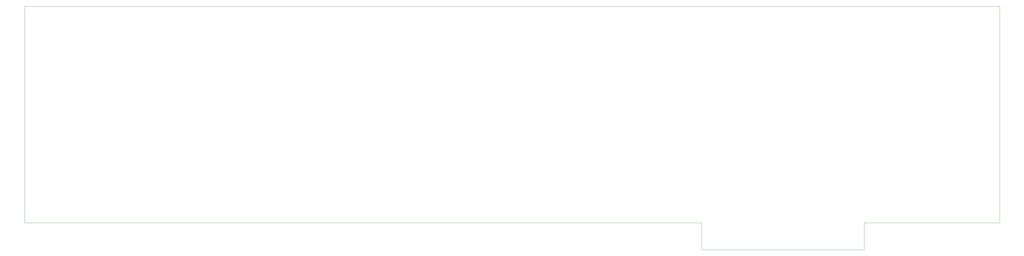
<source format=gm1>
G04 #@! TF.GenerationSoftware,KiCad,Pcbnew,(5.1.4-0)*
G04 #@! TF.CreationDate,2021-04-14T22:14:26-04:00*
G04 #@! TF.ProjectId,gorthage-truck,676f7274-6861-4676-952d-747275636b2e,rev?*
G04 #@! TF.SameCoordinates,Original*
G04 #@! TF.FileFunction,Profile,NP*
%FSLAX46Y46*%
G04 Gerber Fmt 4.6, Leading zero omitted, Abs format (unit mm)*
G04 Created by KiCad (PCBNEW (5.1.4-0)) date 2021-04-14 22:14:26*
%MOMM*%
%LPD*%
G04 APERTURE LIST*
%ADD10C,0.050000*%
G04 APERTURE END LIST*
D10*
X19050000Y-100012500D02*
X19050000Y-23812500D01*
X257175000Y-100012500D02*
X19050000Y-100012500D01*
X257175000Y-109537500D02*
X257175000Y-100012500D01*
X314325000Y-109537500D02*
X257175000Y-109537500D01*
X314325000Y-100012500D02*
X314325000Y-109537500D01*
X323850000Y-100012500D02*
X314325000Y-100012500D01*
X361950000Y-100012500D02*
X323850000Y-100012500D01*
X361950000Y-23812500D02*
X361950000Y-100012500D01*
X19050000Y-23812500D02*
X361950000Y-23812500D01*
M02*

</source>
